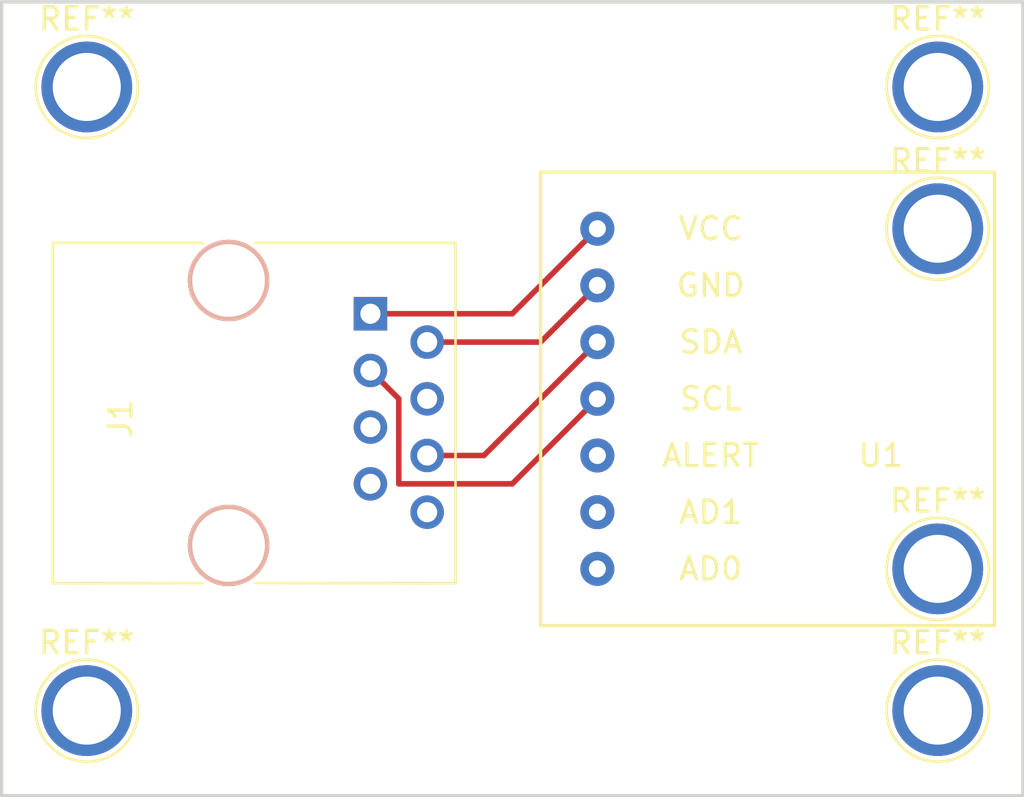
<source format=kicad_pcb>
(kicad_pcb (version 4) (host pcbnew 4.0.6)

  (general
    (links 4)
    (no_connects 0)
    (area 143.434999 70.907 189.305001 106.945)
    (thickness 1.6)
    (drawings 4)
    (tracks 10)
    (zones 0)
    (modules 8)
    (nets 12)
  )

  (page A4)
  (title_block
    (title pod_health_thermopile)
  )

  (layers
    (0 F.Cu signal)
    (31 B.Cu signal)
    (32 B.Adhes user)
    (33 F.Adhes user)
    (34 B.Paste user)
    (35 F.Paste user)
    (36 B.SilkS user)
    (37 F.SilkS user)
    (38 B.Mask user)
    (39 F.Mask user)
    (40 Dwgs.User user)
    (41 Cmts.User user)
    (42 Eco1.User user)
    (43 Eco2.User user)
    (44 Edge.Cuts user)
    (45 Margin user)
    (46 B.CrtYd user)
    (47 F.CrtYd user)
    (48 B.Fab user)
    (49 F.Fab user)
  )

  (setup
    (last_trace_width 0.25)
    (trace_clearance 0.2)
    (zone_clearance 0.508)
    (zone_45_only no)
    (trace_min 0.2)
    (segment_width 0.2)
    (edge_width 0.15)
    (via_size 0.6)
    (via_drill 0.4)
    (via_min_size 0.4)
    (via_min_drill 0.3)
    (uvia_size 0.3)
    (uvia_drill 0.1)
    (uvias_allowed no)
    (uvia_min_size 0.2)
    (uvia_min_drill 0.1)
    (pcb_text_width 0.3)
    (pcb_text_size 1.5 1.5)
    (mod_edge_width 0.15)
    (mod_text_size 1 1)
    (mod_text_width 0.15)
    (pad_size 4 4)
    (pad_drill 4)
    (pad_to_mask_clearance 0.2)
    (aux_axis_origin 0 0)
    (visible_elements 7FFFFFFF)
    (pcbplotparams
      (layerselection 0x00030_80000001)
      (usegerberextensions false)
      (excludeedgelayer true)
      (linewidth 0.100000)
      (plotframeref false)
      (viasonmask false)
      (mode 1)
      (useauxorigin false)
      (hpglpennumber 1)
      (hpglpenspeed 20)
      (hpglpendiameter 15)
      (hpglpenoverlay 2)
      (psnegative false)
      (psa4output false)
      (plotreference true)
      (plotvalue true)
      (plotinvisibletext false)
      (padsonsilk false)
      (subtractmaskfromsilk false)
      (outputformat 1)
      (mirror false)
      (drillshape 1)
      (scaleselection 1)
      (outputdirectory ""))
  )

  (net 0 "")
  (net 1 "Net-(J1-Pad1)")
  (net 2 "Net-(J1-Pad2)")
  (net 3 "Net-(J1-Pad3)")
  (net 4 "Net-(J1-Pad4)")
  (net 5 "Net-(J1-Pad5)")
  (net 6 "Net-(J1-Pad6)")
  (net 7 "Net-(J1-Pad7)")
  (net 8 "Net-(J1-Pad8)")
  (net 9 "Net-(U1-Pad5)")
  (net 10 "Net-(U1-Pad6)")
  (net 11 "Net-(U1-Pad7)")

  (net_class Default "This is the default net class."
    (clearance 0.2)
    (trace_width 0.25)
    (via_dia 0.6)
    (via_drill 0.4)
    (uvia_dia 0.3)
    (uvia_drill 0.1)
    (add_net "Net-(J1-Pad1)")
    (add_net "Net-(J1-Pad2)")
    (add_net "Net-(J1-Pad3)")
    (add_net "Net-(J1-Pad4)")
    (add_net "Net-(J1-Pad5)")
    (add_net "Net-(J1-Pad6)")
    (add_net "Net-(J1-Pad7)")
    (add_net "Net-(J1-Pad8)")
    (add_net "Net-(U1-Pad5)")
    (add_net "Net-(U1-Pad6)")
    (add_net "Net-(U1-Pad7)")
  )

  (module TMP007:TMP007 (layer F.Cu) (tedit 58ED9944) (tstamp 58ED7BD2)
    (at 170.18 88.9)
    (path /58DAB48D)
    (fp_text reference U1 (at 12.7 2.54) (layer F.SilkS)
      (effects (font (size 1 1) (thickness 0.15)))
    )
    (fp_text value TMP007 (at 12.7 -2.54) (layer F.Fab)
      (effects (font (size 1 1) (thickness 0.15)))
    )
    (fp_line (start -2.54 -10.16) (end 17.78 -10.16) (layer F.SilkS) (width 0.15))
    (fp_line (start 17.78 -10.16) (end 17.78 10.16) (layer F.SilkS) (width 0.15))
    (fp_line (start 17.78 10.16) (end -2.54 10.16) (layer F.SilkS) (width 0.15))
    (fp_text user AD0 (at 5.08 7.62) (layer F.SilkS)
      (effects (font (size 1 1) (thickness 0.15)))
    )
    (fp_text user AD1 (at 5.08 5.08) (layer F.SilkS)
      (effects (font (size 1 1) (thickness 0.15)))
    )
    (fp_text user ALERT (at 5.08 2.54) (layer F.SilkS)
      (effects (font (size 1 1) (thickness 0.15)))
    )
    (fp_text user SCL (at 5.08 0) (layer F.SilkS)
      (effects (font (size 1 1) (thickness 0.15)))
    )
    (fp_text user SDA (at 5.08 -2.54) (layer F.SilkS)
      (effects (font (size 1 1) (thickness 0.15)))
    )
    (fp_text user GND (at 5.08 -5.08) (layer F.SilkS)
      (effects (font (size 1 1) (thickness 0.15)))
    )
    (fp_text user VCC (at 5.08 -7.62) (layer F.SilkS)
      (effects (font (size 1 1) (thickness 0.15)))
    )
    (fp_line (start -2.54 10.16) (end -2.54 -10.16) (layer F.SilkS) (width 0.15))
    (pad 1 thru_hole circle (at 0 -7.62) (size 1.524 1.524) (drill 0.762) (layers *.Cu *.Mask)
      (net 1 "Net-(J1-Pad1)"))
    (pad 2 thru_hole circle (at 0 -5.08) (size 1.524 1.524) (drill 0.762) (layers *.Cu *.Mask)
      (net 2 "Net-(J1-Pad2)"))
    (pad 3 thru_hole circle (at 0 -2.54) (size 1.524 1.524) (drill 0.762) (layers *.Cu *.Mask)
      (net 6 "Net-(J1-Pad6)"))
    (pad 4 thru_hole circle (at 0 0) (size 1.524 1.524) (drill 0.762) (layers *.Cu *.Mask)
      (net 3 "Net-(J1-Pad3)"))
    (pad 5 thru_hole circle (at 0 2.54) (size 1.524 1.524) (drill 0.762) (layers *.Cu *.Mask)
      (net 9 "Net-(U1-Pad5)"))
    (pad 6 thru_hole circle (at 0 5.08) (size 1.524 1.524) (drill 0.762) (layers *.Cu *.Mask)
      (net 10 "Net-(U1-Pad6)"))
    (pad 7 thru_hole circle (at 0 7.62) (size 1.524 1.524) (drill 0.762) (layers *.Cu *.Mask)
      (net 11 "Net-(U1-Pad7)"))
  )

  (module Connectors:RJ45_8 (layer F.Cu) (tedit 0) (tstamp 58ED7BBA)
    (at 160.02 85.09 270)
    (tags RJ45)
    (path /58DAB1D1)
    (fp_text reference J1 (at 4.7 11.18 270) (layer F.SilkS)
      (effects (font (size 1 1) (thickness 0.15)))
    )
    (fp_text value RJ45 (at 4.59 6.25 270) (layer F.Fab)
      (effects (font (size 1 1) (thickness 0.15)))
    )
    (fp_line (start -3.17 14.22) (end 12.07 14.22) (layer F.SilkS) (width 0.12))
    (fp_line (start 12.07 -3.81) (end 12.06 5.18) (layer F.SilkS) (width 0.12))
    (fp_line (start 12.07 -3.81) (end -3.17 -3.81) (layer F.SilkS) (width 0.12))
    (fp_line (start -3.17 -3.81) (end -3.17 5.19) (layer F.SilkS) (width 0.12))
    (fp_line (start 12.06 7.52) (end 12.07 14.22) (layer F.SilkS) (width 0.12))
    (fp_line (start -3.17 7.51) (end -3.17 14.22) (layer F.SilkS) (width 0.12))
    (fp_line (start -3.56 -4.06) (end 12.46 -4.06) (layer F.CrtYd) (width 0.05))
    (fp_line (start -3.56 -4.06) (end -3.56 14.47) (layer F.CrtYd) (width 0.05))
    (fp_line (start 12.46 14.47) (end 12.46 -4.06) (layer F.CrtYd) (width 0.05))
    (fp_line (start 12.46 14.47) (end -3.56 14.47) (layer F.CrtYd) (width 0.05))
    (pad Hole np_thru_hole circle (at 10.38 6.35 270) (size 3.65 3.65) (drill 3.25) (layers *.Cu *.SilkS *.Mask))
    (pad Hole np_thru_hole circle (at -1.49 6.35 270) (size 3.65 3.65) (drill 3.25) (layers *.Cu *.SilkS *.Mask))
    (pad 1 thru_hole rect (at 0 0 270) (size 1.5 1.5) (drill 0.9) (layers *.Cu *.Mask)
      (net 1 "Net-(J1-Pad1)"))
    (pad 2 thru_hole circle (at 1.27 -2.54 270) (size 1.5 1.5) (drill 0.9) (layers *.Cu *.Mask)
      (net 2 "Net-(J1-Pad2)"))
    (pad 3 thru_hole circle (at 2.54 0 270) (size 1.5 1.5) (drill 0.9) (layers *.Cu *.Mask)
      (net 3 "Net-(J1-Pad3)"))
    (pad 4 thru_hole circle (at 3.81 -2.54 270) (size 1.5 1.5) (drill 0.9) (layers *.Cu *.Mask)
      (net 4 "Net-(J1-Pad4)"))
    (pad 5 thru_hole circle (at 5.08 0 270) (size 1.5 1.5) (drill 0.9) (layers *.Cu *.Mask)
      (net 5 "Net-(J1-Pad5)"))
    (pad 6 thru_hole circle (at 6.35 -2.54 270) (size 1.5 1.5) (drill 0.9) (layers *.Cu *.Mask)
      (net 6 "Net-(J1-Pad6)"))
    (pad 7 thru_hole circle (at 7.62 0 270) (size 1.5 1.5) (drill 0.9) (layers *.Cu *.Mask)
      (net 7 "Net-(J1-Pad7)"))
    (pad 8 thru_hole circle (at 8.89 -2.54 270) (size 1.5 1.5) (drill 0.9) (layers *.Cu *.Mask)
      (net 8 "Net-(J1-Pad8)"))
    (model Connectors.3dshapes/RJ45_8.wrl
      (at (xyz 0.18 -0.25 0))
      (scale (xyz 0.4 0.4 0.4))
      (rotate (xyz 0 0 0))
    )
  )

  (module Connectors:1pin (layer F.Cu) (tedit 5861332C) (tstamp 58ED94B3)
    (at 185.42 74.93)
    (descr "module 1 pin (ou trou mecanique de percage)")
    (tags DEV)
    (fp_text reference REF** (at 0 -3.048) (layer F.SilkS)
      (effects (font (size 1 1) (thickness 0.15)))
    )
    (fp_text value 1pin (at 0 3) (layer F.Fab)
      (effects (font (size 1 1) (thickness 0.15)))
    )
    (fp_circle (center 0 0) (end 2 0.8) (layer F.Fab) (width 0.1))
    (fp_circle (center 0 0) (end 2.6 0) (layer F.CrtYd) (width 0.05))
    (fp_circle (center 0 0) (end 0 -2.286) (layer F.SilkS) (width 0.12))
    (pad 1 thru_hole circle (at 0 0) (size 4.064 4.064) (drill 3.048) (layers *.Cu *.Mask))
  )

  (module Connectors:1pin (layer F.Cu) (tedit 5861332C) (tstamp 58ED94BD)
    (at 185.42 102.87)
    (descr "module 1 pin (ou trou mecanique de percage)")
    (tags DEV)
    (fp_text reference REF** (at 0 -3.048) (layer F.SilkS)
      (effects (font (size 1 1) (thickness 0.15)))
    )
    (fp_text value 1pin (at 0 3) (layer F.Fab)
      (effects (font (size 1 1) (thickness 0.15)))
    )
    (fp_circle (center 0 0) (end 2 0.8) (layer F.Fab) (width 0.1))
    (fp_circle (center 0 0) (end 2.6 0) (layer F.CrtYd) (width 0.05))
    (fp_circle (center 0 0) (end 0 -2.286) (layer F.SilkS) (width 0.12))
    (pad 1 thru_hole circle (at 0 0) (size 4.064 4.064) (drill 3.048) (layers *.Cu *.Mask))
  )

  (module Connectors:1pin (layer F.Cu) (tedit 5861332C) (tstamp 58ED94C3)
    (at 147.32 74.93)
    (descr "module 1 pin (ou trou mecanique de percage)")
    (tags DEV)
    (fp_text reference REF** (at 0 -3.048) (layer F.SilkS)
      (effects (font (size 1 1) (thickness 0.15)))
    )
    (fp_text value 1pin (at 0 3) (layer F.Fab)
      (effects (font (size 1 1) (thickness 0.15)))
    )
    (fp_circle (center 0 0) (end 2 0.8) (layer F.Fab) (width 0.1))
    (fp_circle (center 0 0) (end 2.6 0) (layer F.CrtYd) (width 0.05))
    (fp_circle (center 0 0) (end 0 -2.286) (layer F.SilkS) (width 0.12))
    (pad 1 thru_hole circle (at 0 0) (size 4.064 4.064) (drill 3.048) (layers *.Cu *.Mask))
  )

  (module Connectors:1pin (layer F.Cu) (tedit 5861332C) (tstamp 58ED94CB)
    (at 147.32 102.87)
    (descr "module 1 pin (ou trou mecanique de percage)")
    (tags DEV)
    (fp_text reference REF** (at 0 -3.048) (layer F.SilkS)
      (effects (font (size 1 1) (thickness 0.15)))
    )
    (fp_text value 1pin (at 0 3) (layer F.Fab)
      (effects (font (size 1 1) (thickness 0.15)))
    )
    (fp_circle (center 0 0) (end 2 0.8) (layer F.Fab) (width 0.1))
    (fp_circle (center 0 0) (end 2.6 0) (layer F.CrtYd) (width 0.05))
    (fp_circle (center 0 0) (end 0 -2.286) (layer F.SilkS) (width 0.12))
    (pad 1 thru_hole circle (at 0 0) (size 4.064 4.064) (drill 3.048) (layers *.Cu *.Mask))
  )

  (module Connectors:1pin (layer F.Cu) (tedit 5861332C) (tstamp 58ED992F)
    (at 185.42 81.28)
    (descr "module 1 pin (ou trou mecanique de percage)")
    (tags DEV)
    (fp_text reference REF** (at 0 -3.048) (layer F.SilkS)
      (effects (font (size 1 1) (thickness 0.15)))
    )
    (fp_text value 1pin (at 0 3) (layer F.Fab)
      (effects (font (size 1 1) (thickness 0.15)))
    )
    (fp_circle (center 0 0) (end 2 0.8) (layer F.Fab) (width 0.1))
    (fp_circle (center 0 0) (end 2.6 0) (layer F.CrtYd) (width 0.05))
    (fp_circle (center 0 0) (end 0 -2.286) (layer F.SilkS) (width 0.12))
    (pad 1 thru_hole circle (at 0 0) (size 4.064 4.064) (drill 3.048) (layers *.Cu *.Mask))
  )

  (module Connectors:1pin (layer F.Cu) (tedit 5861332C) (tstamp 58ED995A)
    (at 185.42 96.52)
    (descr "module 1 pin (ou trou mecanique de percage)")
    (tags DEV)
    (fp_text reference REF** (at 0 -3.048) (layer F.SilkS)
      (effects (font (size 1 1) (thickness 0.15)))
    )
    (fp_text value 1pin (at 0 3) (layer F.Fab)
      (effects (font (size 1 1) (thickness 0.15)))
    )
    (fp_circle (center 0 0) (end 2 0.8) (layer F.Fab) (width 0.1))
    (fp_circle (center 0 0) (end 2.6 0) (layer F.CrtYd) (width 0.05))
    (fp_circle (center 0 0) (end 0 -2.286) (layer F.SilkS) (width 0.12))
    (pad 1 thru_hole circle (at 0 0) (size 4.064 4.064) (drill 3.048) (layers *.Cu *.Mask))
  )

  (gr_line (start 143.51 71.12) (end 189.23 71.12) (angle 90) (layer Edge.Cuts) (width 0.15))
  (gr_line (start 143.51 106.68) (end 143.51 71.12) (angle 90) (layer Edge.Cuts) (width 0.15))
  (gr_line (start 189.23 106.68) (end 143.51 106.68) (angle 90) (layer Edge.Cuts) (width 0.15))
  (gr_line (start 189.23 71.12) (end 189.23 106.68) (angle 90) (layer Edge.Cuts) (width 0.15))

  (segment (start 160.02 85.09) (end 166.37 85.09) (width 0.25) (layer F.Cu) (net 1))
  (segment (start 166.37 85.09) (end 170.18 81.28) (width 0.25) (layer F.Cu) (net 1) (tstamp 58ED7C32))
  (segment (start 162.56 86.36) (end 167.64 86.36) (width 0.25) (layer F.Cu) (net 2))
  (segment (start 167.64 86.36) (end 170.18 83.82) (width 0.25) (layer F.Cu) (net 2) (tstamp 58ED7C36))
  (segment (start 160.02 87.63) (end 161.29 88.9) (width 0.25) (layer F.Cu) (net 3))
  (segment (start 166.37 92.71) (end 170.18 88.9) (width 0.25) (layer F.Cu) (net 3) (tstamp 58ED7C40))
  (segment (start 161.29 92.71) (end 166.37 92.71) (width 0.25) (layer F.Cu) (net 3) (tstamp 58ED7C3F))
  (segment (start 161.29 88.9) (end 161.29 92.71) (width 0.25) (layer F.Cu) (net 3) (tstamp 58ED7C3E))
  (segment (start 162.56 91.44) (end 165.1 91.44) (width 0.25) (layer F.Cu) (net 6))
  (segment (start 165.1 91.44) (end 170.18 86.36) (width 0.25) (layer F.Cu) (net 6) (tstamp 58ED7C3A))

)

</source>
